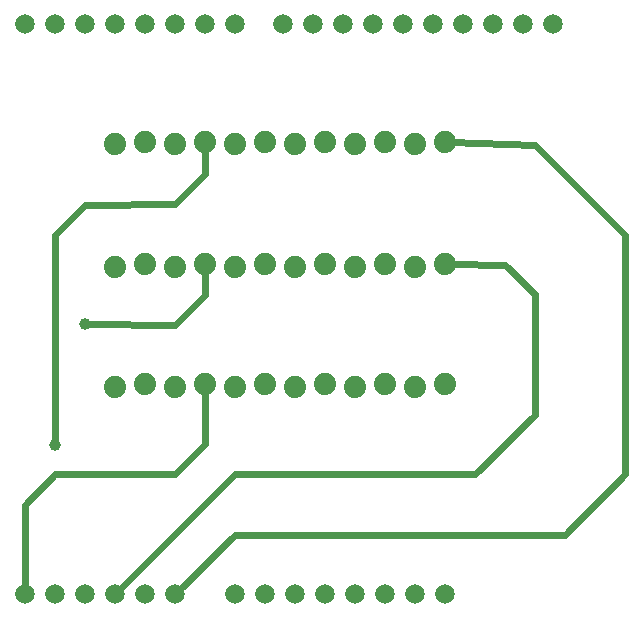
<source format=gbl>
G04 MADE WITH FRITZING*
G04 WWW.FRITZING.ORG*
G04 DOUBLE SIDED*
G04 HOLES PLATED*
G04 CONTOUR ON CENTER OF CONTOUR VECTOR*
%ASAXBY*%
%FSLAX23Y23*%
%MOIN*%
%OFA0B0*%
%SFA1.0B1.0*%
%ADD10C,0.074000*%
%ADD11C,0.065278*%
%ADD12C,0.039370*%
%ADD13C,0.024000*%
%LNCOPPER0*%
G90*
G70*
G54D10*
X507Y1618D03*
X607Y1626D03*
X707Y1618D03*
X807Y1626D03*
X907Y1618D03*
X1007Y1626D03*
X1107Y1618D03*
X1207Y1626D03*
X1307Y1618D03*
X1407Y1626D03*
X1507Y1618D03*
X1607Y1626D03*
X507Y1618D03*
X607Y1626D03*
X707Y1618D03*
X807Y1626D03*
X907Y1618D03*
X1007Y1626D03*
X1107Y1618D03*
X1207Y1626D03*
X1307Y1618D03*
X1407Y1626D03*
X1507Y1618D03*
X1607Y1626D03*
X507Y1618D03*
X607Y1626D03*
X707Y1618D03*
X807Y1626D03*
X907Y1618D03*
X1007Y1626D03*
X1107Y1618D03*
X1207Y1626D03*
X1307Y1618D03*
X1407Y1626D03*
X1507Y1618D03*
X1607Y1626D03*
X507Y1210D03*
X607Y1218D03*
X707Y1210D03*
X807Y1218D03*
X907Y1210D03*
X1007Y1218D03*
X1107Y1210D03*
X1207Y1218D03*
X1307Y1210D03*
X1407Y1218D03*
X1507Y1210D03*
X1607Y1218D03*
X507Y1210D03*
X607Y1218D03*
X707Y1210D03*
X807Y1218D03*
X907Y1210D03*
X1007Y1218D03*
X1107Y1210D03*
X1207Y1218D03*
X1307Y1210D03*
X1407Y1218D03*
X1507Y1210D03*
X1607Y1218D03*
X507Y1210D03*
X607Y1218D03*
X707Y1210D03*
X807Y1218D03*
X907Y1210D03*
X1007Y1218D03*
X1107Y1210D03*
X1207Y1218D03*
X1307Y1210D03*
X1407Y1218D03*
X1507Y1210D03*
X1607Y1218D03*
X507Y810D03*
X607Y818D03*
X707Y810D03*
X807Y818D03*
X907Y810D03*
X1007Y818D03*
X1107Y810D03*
X1207Y818D03*
X1307Y810D03*
X1407Y818D03*
X1507Y810D03*
X1607Y818D03*
X507Y810D03*
X607Y818D03*
X707Y810D03*
X807Y818D03*
X907Y810D03*
X1007Y818D03*
X1107Y810D03*
X1207Y818D03*
X1307Y810D03*
X1407Y818D03*
X1507Y810D03*
X1607Y818D03*
X507Y810D03*
X607Y818D03*
X707Y810D03*
X807Y818D03*
X907Y810D03*
X1007Y818D03*
X1107Y810D03*
X1207Y818D03*
X1307Y810D03*
X1407Y818D03*
X1507Y810D03*
X1607Y818D03*
G54D11*
X607Y118D03*
X507Y118D03*
X407Y118D03*
X307Y118D03*
X207Y118D03*
X1067Y2018D03*
X1167Y2018D03*
X1267Y2018D03*
X1367Y2018D03*
X1467Y2018D03*
X1567Y2018D03*
X1667Y2018D03*
X1767Y2018D03*
X1867Y2018D03*
X1967Y2018D03*
X207Y2018D03*
X307Y2018D03*
X407Y2018D03*
X507Y2018D03*
X607Y2018D03*
X707Y2018D03*
X807Y2018D03*
X907Y2018D03*
X1507Y118D03*
X1607Y118D03*
X1407Y118D03*
X1307Y118D03*
X1207Y118D03*
X1107Y118D03*
X1007Y118D03*
X907Y118D03*
X707Y118D03*
X607Y118D03*
X507Y118D03*
X407Y118D03*
X307Y118D03*
X207Y118D03*
X1067Y2018D03*
X1167Y2018D03*
X1267Y2018D03*
X1367Y2018D03*
X1467Y2018D03*
X1567Y2018D03*
X1667Y2018D03*
X1767Y2018D03*
X1867Y2018D03*
X1967Y2018D03*
X207Y2018D03*
X307Y2018D03*
X407Y2018D03*
X507Y2018D03*
X607Y2018D03*
X707Y2018D03*
X807Y2018D03*
X907Y2018D03*
X1507Y118D03*
X1607Y118D03*
X1407Y118D03*
X1307Y118D03*
X1207Y118D03*
X1107Y118D03*
X1007Y118D03*
X907Y118D03*
X707Y118D03*
G54D12*
X308Y617D03*
X407Y1018D03*
G54D13*
X1624Y1625D02*
X1906Y1617D01*
D02*
X806Y800D02*
X805Y618D01*
D02*
X307Y518D02*
X206Y417D01*
D02*
X708Y518D02*
X307Y518D01*
D02*
X805Y618D02*
X708Y518D01*
D02*
X206Y417D02*
X207Y138D01*
D02*
X1906Y717D02*
X1707Y518D01*
D02*
X2207Y518D02*
X2006Y317D01*
D02*
X1906Y1617D02*
X2207Y1317D01*
D02*
X906Y317D02*
X721Y132D01*
D02*
X2006Y317D02*
X906Y317D01*
D02*
X1707Y518D02*
X908Y518D01*
D02*
X2207Y1317D02*
X2207Y518D01*
D02*
X908Y518D02*
X521Y132D01*
D02*
X1906Y1118D02*
X1906Y717D01*
D02*
X1806Y1217D02*
X1906Y1118D01*
D02*
X1624Y1218D02*
X1806Y1217D01*
D02*
X708Y1016D02*
X414Y1018D01*
D02*
X805Y1117D02*
X708Y1016D01*
D02*
X806Y1200D02*
X805Y1117D01*
D02*
X805Y1518D02*
X708Y1418D01*
D02*
X805Y1618D02*
X805Y1518D01*
D02*
X708Y1418D02*
X407Y1416D01*
D02*
X407Y1416D02*
X308Y1317D01*
D02*
X804Y1608D02*
X805Y1618D01*
D02*
X308Y1317D02*
X308Y625D01*
G04 End of Copper0*
M02*
</source>
